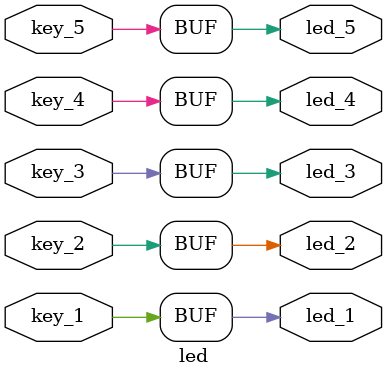
<source format=v>
module	led
(
input	wire	key_1,
input	wire	key_2,
input	wire	key_3,
input	wire	key_4,
input	wire	key_5,

output	wire	led_1,
output	wire	led_2,
output	wire	led_3,
output	wire	led_4,
output	wire	led_5
);
assign	led_1=key_1;
assign	led_2=key_2;
assign	led_3=key_3;
assign	led_4=key_4;
assign	led_5=key_5;
endmodule     
</source>
